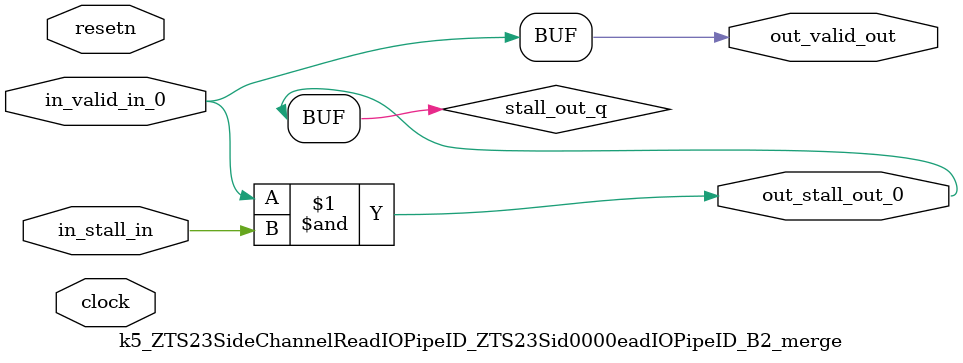
<source format=sv>



(* altera_attribute = "-name AUTO_SHIFT_REGISTER_RECOGNITION OFF; -name MESSAGE_DISABLE 10036; -name MESSAGE_DISABLE 10037; -name MESSAGE_DISABLE 14130; -name MESSAGE_DISABLE 14320; -name MESSAGE_DISABLE 15400; -name MESSAGE_DISABLE 14130; -name MESSAGE_DISABLE 10036; -name MESSAGE_DISABLE 12020; -name MESSAGE_DISABLE 12030; -name MESSAGE_DISABLE 12010; -name MESSAGE_DISABLE 12110; -name MESSAGE_DISABLE 14320; -name MESSAGE_DISABLE 13410; -name MESSAGE_DISABLE 113007; -name MESSAGE_DISABLE 10958" *)
module k5_ZTS23SideChannelReadIOPipeID_ZTS23Sid0000eadIOPipeID_B2_merge (
    input wire [0:0] in_stall_in,
    input wire [0:0] in_valid_in_0,
    output wire [0:0] out_stall_out_0,
    output wire [0:0] out_valid_out,
    input wire clock,
    input wire resetn
    );

    wire [0:0] stall_out_q;


    // stall_out(LOGICAL,6)
    assign stall_out_q = in_valid_in_0 & in_stall_in;

    // out_stall_out_0(GPOUT,4)
    assign out_stall_out_0 = stall_out_q;

    // out_valid_out(GPOUT,5)
    assign out_valid_out = in_valid_in_0;

endmodule

</source>
